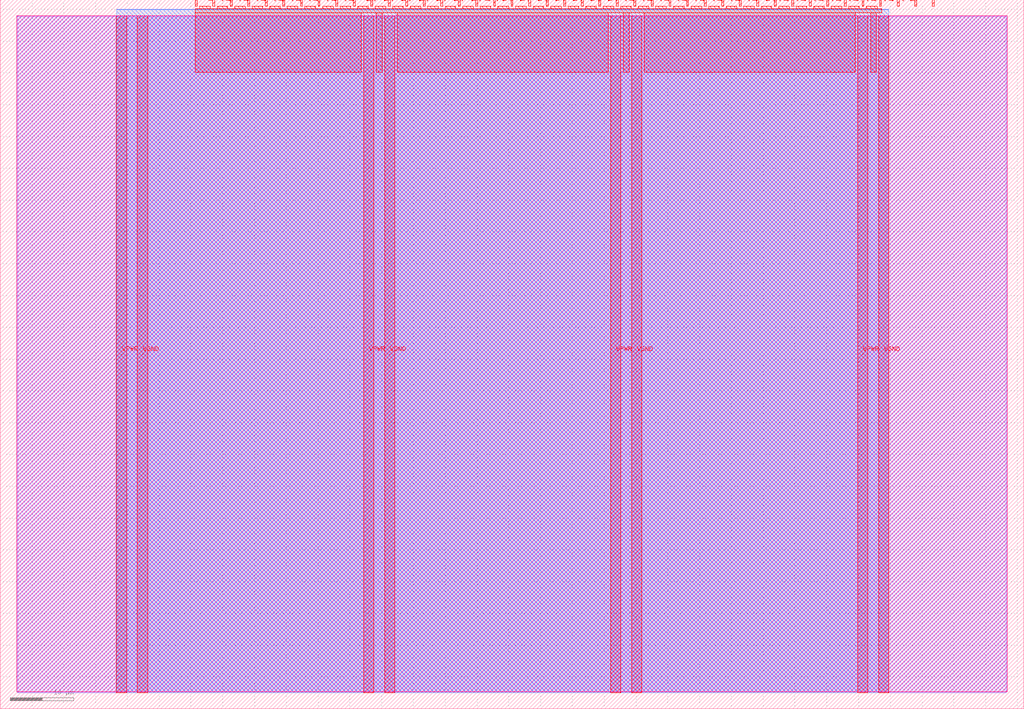
<source format=lef>
VERSION 5.7 ;
  NOWIREEXTENSIONATPIN ON ;
  DIVIDERCHAR "/" ;
  BUSBITCHARS "[]" ;
MACRO tt_um_senolgulgonul
  CLASS BLOCK ;
  FOREIGN tt_um_senolgulgonul ;
  ORIGIN 0.000 0.000 ;
  SIZE 161.000 BY 111.520 ;
  PIN VGND
    DIRECTION INOUT ;
    USE GROUND ;
    PORT
      LAYER met4 ;
        RECT 21.580 2.480 23.180 109.040 ;
    END
    PORT
      LAYER met4 ;
        RECT 60.450 2.480 62.050 109.040 ;
    END
    PORT
      LAYER met4 ;
        RECT 99.320 2.480 100.920 109.040 ;
    END
    PORT
      LAYER met4 ;
        RECT 138.190 2.480 139.790 109.040 ;
    END
  END VGND
  PIN VPWR
    DIRECTION INOUT ;
    USE POWER ;
    PORT
      LAYER met4 ;
        RECT 18.280 2.480 19.880 109.040 ;
    END
    PORT
      LAYER met4 ;
        RECT 57.150 2.480 58.750 109.040 ;
    END
    PORT
      LAYER met4 ;
        RECT 96.020 2.480 97.620 109.040 ;
    END
    PORT
      LAYER met4 ;
        RECT 134.890 2.480 136.490 109.040 ;
    END
  END VPWR
  PIN clk
    DIRECTION INPUT ;
    USE SIGNAL ;
    PORT
      LAYER met4 ;
        RECT 143.830 110.520 144.130 111.520 ;
    END
  END clk
  PIN ena
    DIRECTION INPUT ;
    USE SIGNAL ;
    PORT
      LAYER met4 ;
        RECT 146.590 110.520 146.890 111.520 ;
    END
  END ena
  PIN rst_n
    DIRECTION INPUT ;
    USE SIGNAL ;
    PORT
      LAYER met4 ;
        RECT 141.070 110.520 141.370 111.520 ;
    END
  END rst_n
  PIN ui_in[0]
    DIRECTION INPUT ;
    USE SIGNAL ;
    ANTENNAGATEAREA 0.159000 ;
    PORT
      LAYER met4 ;
        RECT 138.310 110.520 138.610 111.520 ;
    END
  END ui_in[0]
  PIN ui_in[1]
    DIRECTION INPUT ;
    USE SIGNAL ;
    PORT
      LAYER met4 ;
        RECT 135.550 110.520 135.850 111.520 ;
    END
  END ui_in[1]
  PIN ui_in[2]
    DIRECTION INPUT ;
    USE SIGNAL ;
    PORT
      LAYER met4 ;
        RECT 132.790 110.520 133.090 111.520 ;
    END
  END ui_in[2]
  PIN ui_in[3]
    DIRECTION INPUT ;
    USE SIGNAL ;
    PORT
      LAYER met4 ;
        RECT 130.030 110.520 130.330 111.520 ;
    END
  END ui_in[3]
  PIN ui_in[4]
    DIRECTION INPUT ;
    USE SIGNAL ;
    PORT
      LAYER met4 ;
        RECT 127.270 110.520 127.570 111.520 ;
    END
  END ui_in[4]
  PIN ui_in[5]
    DIRECTION INPUT ;
    USE SIGNAL ;
    PORT
      LAYER met4 ;
        RECT 124.510 110.520 124.810 111.520 ;
    END
  END ui_in[5]
  PIN ui_in[6]
    DIRECTION INPUT ;
    USE SIGNAL ;
    PORT
      LAYER met4 ;
        RECT 121.750 110.520 122.050 111.520 ;
    END
  END ui_in[6]
  PIN ui_in[7]
    DIRECTION INPUT ;
    USE SIGNAL ;
    PORT
      LAYER met4 ;
        RECT 118.990 110.520 119.290 111.520 ;
    END
  END ui_in[7]
  PIN uio_in[0]
    DIRECTION INPUT ;
    USE SIGNAL ;
    PORT
      LAYER met4 ;
        RECT 116.230 110.520 116.530 111.520 ;
    END
  END uio_in[0]
  PIN uio_in[1]
    DIRECTION INPUT ;
    USE SIGNAL ;
    PORT
      LAYER met4 ;
        RECT 113.470 110.520 113.770 111.520 ;
    END
  END uio_in[1]
  PIN uio_in[2]
    DIRECTION INPUT ;
    USE SIGNAL ;
    PORT
      LAYER met4 ;
        RECT 110.710 110.520 111.010 111.520 ;
    END
  END uio_in[2]
  PIN uio_in[3]
    DIRECTION INPUT ;
    USE SIGNAL ;
    PORT
      LAYER met4 ;
        RECT 107.950 110.520 108.250 111.520 ;
    END
  END uio_in[3]
  PIN uio_in[4]
    DIRECTION INPUT ;
    USE SIGNAL ;
    PORT
      LAYER met4 ;
        RECT 105.190 110.520 105.490 111.520 ;
    END
  END uio_in[4]
  PIN uio_in[5]
    DIRECTION INPUT ;
    USE SIGNAL ;
    PORT
      LAYER met4 ;
        RECT 102.430 110.520 102.730 111.520 ;
    END
  END uio_in[5]
  PIN uio_in[6]
    DIRECTION INPUT ;
    USE SIGNAL ;
    PORT
      LAYER met4 ;
        RECT 99.670 110.520 99.970 111.520 ;
    END
  END uio_in[6]
  PIN uio_in[7]
    DIRECTION INPUT ;
    USE SIGNAL ;
    PORT
      LAYER met4 ;
        RECT 96.910 110.520 97.210 111.520 ;
    END
  END uio_in[7]
  PIN uio_oe[0]
    DIRECTION OUTPUT ;
    USE SIGNAL ;
    PORT
      LAYER met4 ;
        RECT 49.990 110.520 50.290 111.520 ;
    END
  END uio_oe[0]
  PIN uio_oe[1]
    DIRECTION OUTPUT ;
    USE SIGNAL ;
    PORT
      LAYER met4 ;
        RECT 47.230 110.520 47.530 111.520 ;
    END
  END uio_oe[1]
  PIN uio_oe[2]
    DIRECTION OUTPUT ;
    USE SIGNAL ;
    PORT
      LAYER met4 ;
        RECT 44.470 110.520 44.770 111.520 ;
    END
  END uio_oe[2]
  PIN uio_oe[3]
    DIRECTION OUTPUT ;
    USE SIGNAL ;
    PORT
      LAYER met4 ;
        RECT 41.710 110.520 42.010 111.520 ;
    END
  END uio_oe[3]
  PIN uio_oe[4]
    DIRECTION OUTPUT ;
    USE SIGNAL ;
    PORT
      LAYER met4 ;
        RECT 38.950 110.520 39.250 111.520 ;
    END
  END uio_oe[4]
  PIN uio_oe[5]
    DIRECTION OUTPUT ;
    USE SIGNAL ;
    PORT
      LAYER met4 ;
        RECT 36.190 110.520 36.490 111.520 ;
    END
  END uio_oe[5]
  PIN uio_oe[6]
    DIRECTION OUTPUT ;
    USE SIGNAL ;
    PORT
      LAYER met4 ;
        RECT 33.430 110.520 33.730 111.520 ;
    END
  END uio_oe[6]
  PIN uio_oe[7]
    DIRECTION OUTPUT ;
    USE SIGNAL ;
    PORT
      LAYER met4 ;
        RECT 30.670 110.520 30.970 111.520 ;
    END
  END uio_oe[7]
  PIN uio_out[0]
    DIRECTION OUTPUT ;
    USE SIGNAL ;
    PORT
      LAYER met4 ;
        RECT 72.070 110.520 72.370 111.520 ;
    END
  END uio_out[0]
  PIN uio_out[1]
    DIRECTION OUTPUT ;
    USE SIGNAL ;
    PORT
      LAYER met4 ;
        RECT 69.310 110.520 69.610 111.520 ;
    END
  END uio_out[1]
  PIN uio_out[2]
    DIRECTION OUTPUT ;
    USE SIGNAL ;
    PORT
      LAYER met4 ;
        RECT 66.550 110.520 66.850 111.520 ;
    END
  END uio_out[2]
  PIN uio_out[3]
    DIRECTION OUTPUT ;
    USE SIGNAL ;
    PORT
      LAYER met4 ;
        RECT 63.790 110.520 64.090 111.520 ;
    END
  END uio_out[3]
  PIN uio_out[4]
    DIRECTION OUTPUT ;
    USE SIGNAL ;
    PORT
      LAYER met4 ;
        RECT 61.030 110.520 61.330 111.520 ;
    END
  END uio_out[4]
  PIN uio_out[5]
    DIRECTION OUTPUT ;
    USE SIGNAL ;
    PORT
      LAYER met4 ;
        RECT 58.270 110.520 58.570 111.520 ;
    END
  END uio_out[5]
  PIN uio_out[6]
    DIRECTION OUTPUT ;
    USE SIGNAL ;
    PORT
      LAYER met4 ;
        RECT 55.510 110.520 55.810 111.520 ;
    END
  END uio_out[6]
  PIN uio_out[7]
    DIRECTION OUTPUT ;
    USE SIGNAL ;
    PORT
      LAYER met4 ;
        RECT 52.750 110.520 53.050 111.520 ;
    END
  END uio_out[7]
  PIN uo_out[0]
    DIRECTION OUTPUT ;
    USE SIGNAL ;
    ANTENNADIFFAREA 0.445500 ;
    PORT
      LAYER met4 ;
        RECT 94.150 110.520 94.450 111.520 ;
    END
  END uo_out[0]
  PIN uo_out[1]
    DIRECTION OUTPUT ;
    USE SIGNAL ;
    ANTENNADIFFAREA 0.445500 ;
    PORT
      LAYER met4 ;
        RECT 91.390 110.520 91.690 111.520 ;
    END
  END uo_out[1]
  PIN uo_out[2]
    DIRECTION OUTPUT ;
    USE SIGNAL ;
    ANTENNADIFFAREA 0.445500 ;
    PORT
      LAYER met4 ;
        RECT 88.630 110.520 88.930 111.520 ;
    END
  END uo_out[2]
  PIN uo_out[3]
    DIRECTION OUTPUT ;
    USE SIGNAL ;
    ANTENNAGATEAREA 0.159000 ;
    ANTENNADIFFAREA 0.445500 ;
    PORT
      LAYER met4 ;
        RECT 85.870 110.520 86.170 111.520 ;
    END
  END uo_out[3]
  PIN uo_out[4]
    DIRECTION OUTPUT ;
    USE SIGNAL ;
    ANTENNADIFFAREA 0.445500 ;
    PORT
      LAYER met4 ;
        RECT 83.110 110.520 83.410 111.520 ;
    END
  END uo_out[4]
  PIN uo_out[5]
    DIRECTION OUTPUT ;
    USE SIGNAL ;
    ANTENNADIFFAREA 0.445500 ;
    PORT
      LAYER met4 ;
        RECT 80.350 110.520 80.650 111.520 ;
    END
  END uo_out[5]
  PIN uo_out[6]
    DIRECTION OUTPUT ;
    USE SIGNAL ;
    ANTENNADIFFAREA 0.445500 ;
    PORT
      LAYER met4 ;
        RECT 77.590 110.520 77.890 111.520 ;
    END
  END uo_out[6]
  PIN uo_out[7]
    DIRECTION OUTPUT ;
    USE SIGNAL ;
    PORT
      LAYER met4 ;
        RECT 74.830 110.520 75.130 111.520 ;
    END
  END uo_out[7]
  OBS
      LAYER nwell ;
        RECT 2.570 2.635 158.430 108.990 ;
      LAYER li1 ;
        RECT 2.760 2.635 158.240 108.885 ;
      LAYER met1 ;
        RECT 2.760 2.480 158.240 109.040 ;
      LAYER met2 ;
        RECT 18.310 2.535 139.760 110.005 ;
      LAYER met3 ;
        RECT 18.290 2.555 139.780 109.985 ;
      LAYER met4 ;
        RECT 31.370 110.120 33.030 110.520 ;
        RECT 34.130 110.120 35.790 110.520 ;
        RECT 36.890 110.120 38.550 110.520 ;
        RECT 39.650 110.120 41.310 110.520 ;
        RECT 42.410 110.120 44.070 110.520 ;
        RECT 45.170 110.120 46.830 110.520 ;
        RECT 47.930 110.120 49.590 110.520 ;
        RECT 50.690 110.120 52.350 110.520 ;
        RECT 53.450 110.120 55.110 110.520 ;
        RECT 56.210 110.120 57.870 110.520 ;
        RECT 58.970 110.120 60.630 110.520 ;
        RECT 61.730 110.120 63.390 110.520 ;
        RECT 64.490 110.120 66.150 110.520 ;
        RECT 67.250 110.120 68.910 110.520 ;
        RECT 70.010 110.120 71.670 110.520 ;
        RECT 72.770 110.120 74.430 110.520 ;
        RECT 75.530 110.120 77.190 110.520 ;
        RECT 78.290 110.120 79.950 110.520 ;
        RECT 81.050 110.120 82.710 110.520 ;
        RECT 83.810 110.120 85.470 110.520 ;
        RECT 86.570 110.120 88.230 110.520 ;
        RECT 89.330 110.120 90.990 110.520 ;
        RECT 92.090 110.120 93.750 110.520 ;
        RECT 94.850 110.120 96.510 110.520 ;
        RECT 97.610 110.120 99.270 110.520 ;
        RECT 100.370 110.120 102.030 110.520 ;
        RECT 103.130 110.120 104.790 110.520 ;
        RECT 105.890 110.120 107.550 110.520 ;
        RECT 108.650 110.120 110.310 110.520 ;
        RECT 111.410 110.120 113.070 110.520 ;
        RECT 114.170 110.120 115.830 110.520 ;
        RECT 116.930 110.120 118.590 110.520 ;
        RECT 119.690 110.120 121.350 110.520 ;
        RECT 122.450 110.120 124.110 110.520 ;
        RECT 125.210 110.120 126.870 110.520 ;
        RECT 127.970 110.120 129.630 110.520 ;
        RECT 130.730 110.120 132.390 110.520 ;
        RECT 133.490 110.120 135.150 110.520 ;
        RECT 136.250 110.120 137.910 110.520 ;
        RECT 30.655 109.440 138.625 110.120 ;
        RECT 30.655 100.135 56.750 109.440 ;
        RECT 59.150 100.135 60.050 109.440 ;
        RECT 62.450 100.135 95.620 109.440 ;
        RECT 98.020 100.135 98.920 109.440 ;
        RECT 101.320 100.135 134.490 109.440 ;
        RECT 136.890 100.135 137.790 109.440 ;
  END
END tt_um_senolgulgonul
END LIBRARY


</source>
